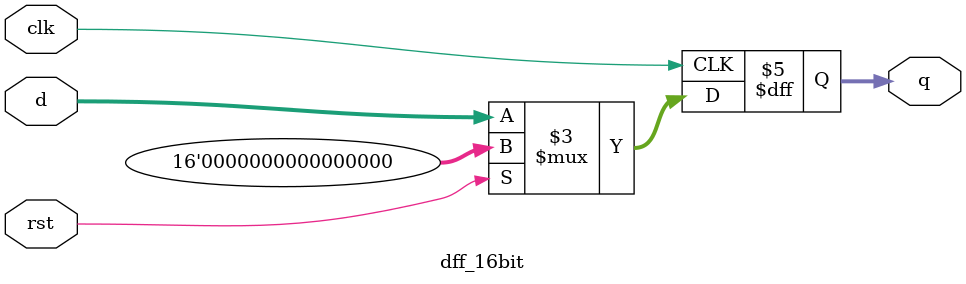
<source format=v>
module dff_16bit(q,d,clk,rst);
	output reg [15:0] q;	
	input [15:0] d;
	input clk,rst;
	always @(posedge clk)
	begin
	if(rst)
		q <= 16'd0;
	else
		q <= d;
	end
endmodule
</source>
